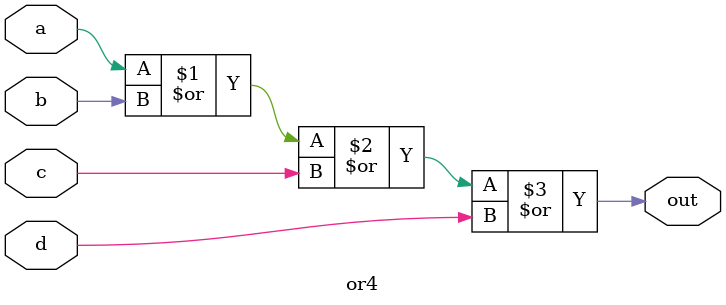
<source format=sv>
`ifndef __OR4_SV__
`define __OR4_SV__

/*
 * 4:1 OR Gate
 */
module or4 #(
    parameter BITS = 1
) (
    input [BITS-1:0] a, // Input A
    input [BITS-1:0] b, // Input B
    input [BITS-1:0] c, // Input C
    input [BITS-1:0] d, // Input D
    output [BITS-1:0] out // Output
);

    assign out = a | b | c | d;

`ifdef FORMAL
    /* Validate logic */
    always_comb begin
        assert(out == (a | b | c | d));
    end
`endif

endmodule

`endif

</source>
